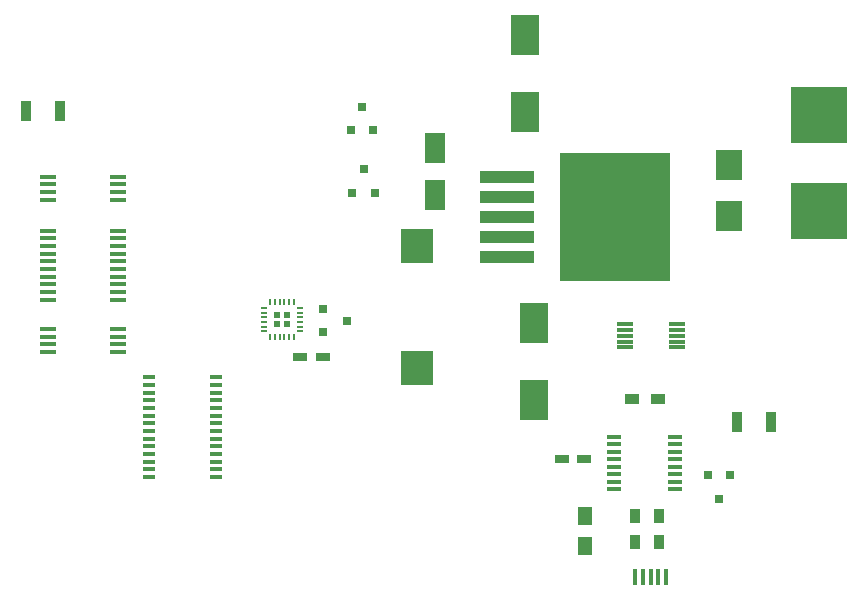
<source format=gtp>
G04 #@! TF.FileFunction,Paste,Top*
%FSLAX46Y46*%
G04 Gerber Fmt 4.6, Leading zero omitted, Abs format (unit mm)*
G04 Created by KiCad (PCBNEW (2015-11-11 BZR 6310)-product) date Thu 17 Dec 2015 09:11:31 PM CST*
%MOMM*%
G01*
G04 APERTURE LIST*
%ADD10C,0.100000*%
%ADD11R,0.400000X1.350000*%
%ADD12R,0.800100X0.800100*%
%ADD13R,4.600000X1.100000*%
%ADD14R,9.400000X10.800000*%
%ADD15R,0.900000X1.200000*%
%ADD16R,2.400300X3.500120*%
%ADD17R,2.799080X2.900680*%
%ADD18R,1.200000X0.400000*%
%ADD19R,1.200000X0.750000*%
%ADD20R,1.450000X0.450000*%
%ADD21R,1.100000X0.400000*%
%ADD22R,1.400000X0.300000*%
%ADD23R,0.550000X0.200000*%
%ADD24R,0.200000X0.550000*%
%ADD25R,0.525000X0.480000*%
%ADD26R,1.200000X0.900000*%
%ADD27R,4.700000X4.700000*%
%ADD28R,0.900000X1.700000*%
%ADD29R,2.301240X2.499360*%
%ADD30R,1.800860X2.499360*%
%ADD31R,1.250000X1.500000*%
G04 APERTURE END LIST*
D10*
D11*
X172855100Y-124373460D03*
X173505100Y-124373460D03*
X174155100Y-124373460D03*
X174805100Y-124373460D03*
X175455100Y-124373460D03*
D12*
X148896000Y-91888760D03*
X150796000Y-91888760D03*
X149846000Y-89889780D03*
X148746000Y-86578760D03*
X150646000Y-86578760D03*
X149696000Y-84579780D03*
D13*
X161964000Y-97332000D03*
X161964000Y-95632000D03*
X161964000Y-92232000D03*
D14*
X171114000Y-93932000D03*
D13*
X161964000Y-93932000D03*
X161964000Y-90532000D03*
D15*
X174834000Y-119248000D03*
X174834000Y-121448000D03*
X172802000Y-119248000D03*
X172802000Y-121448000D03*
D16*
X163488000Y-84991200D03*
X163488000Y-78488800D03*
X164250000Y-109375200D03*
X164250000Y-102872800D03*
D17*
X154344000Y-96400880D03*
X154344000Y-106703120D03*
D18*
X176248000Y-116982500D03*
X176248000Y-116347500D03*
X176248000Y-115712500D03*
X176248000Y-115077500D03*
X176248000Y-114442500D03*
X176248000Y-113807500D03*
X176248000Y-113172500D03*
X176248000Y-112537500D03*
X171048000Y-112537500D03*
X171048000Y-113172500D03*
X171048000Y-113807500D03*
X171048000Y-114442500D03*
X171048000Y-115077500D03*
X171048000Y-115712500D03*
X171048000Y-116347500D03*
X171048000Y-116982500D03*
D19*
X168510000Y-114440000D03*
X166610000Y-114440000D03*
D20*
X129050000Y-105345000D03*
X129050000Y-104695000D03*
X129050000Y-104045000D03*
X129050000Y-103395000D03*
X123150000Y-103395000D03*
X123150000Y-104045000D03*
X123150000Y-104695000D03*
X123150000Y-105345000D03*
X129020000Y-92455000D03*
X129020000Y-91805000D03*
X129020000Y-91155000D03*
X129020000Y-90505000D03*
X123120000Y-90505000D03*
X123120000Y-91155000D03*
X123120000Y-91805000D03*
X123120000Y-92455000D03*
D19*
X144500000Y-105780000D03*
X146400000Y-105780000D03*
D21*
X131682000Y-107487000D03*
X131682000Y-108137000D03*
X131682000Y-108787000D03*
X131682000Y-109437000D03*
X131682000Y-110087000D03*
X131682000Y-110737000D03*
X131682000Y-111387000D03*
X131682000Y-112037000D03*
X131682000Y-112687000D03*
X131682000Y-113337000D03*
X131682000Y-113987000D03*
X131682000Y-114637000D03*
X131682000Y-115287000D03*
X131682000Y-115937000D03*
X137382000Y-115937000D03*
X137382000Y-115287000D03*
X137382000Y-114637000D03*
X137382000Y-113987000D03*
X137382000Y-113337000D03*
X137382000Y-112687000D03*
X137382000Y-112037000D03*
X137382000Y-111387000D03*
X137382000Y-110737000D03*
X137382000Y-110087000D03*
X137382000Y-109437000D03*
X137382000Y-108787000D03*
X137382000Y-108137000D03*
X137382000Y-107487000D03*
D22*
X176356000Y-104958000D03*
X176356000Y-104458000D03*
X176356000Y-103958000D03*
X176356000Y-103458000D03*
X176356000Y-102958000D03*
X171956000Y-102958000D03*
X171956000Y-103458000D03*
X171956000Y-103958000D03*
X171956000Y-104458000D03*
X171956000Y-104958000D03*
D20*
X129050000Y-100925000D03*
X129050000Y-100275000D03*
X129050000Y-99625000D03*
X129050000Y-98975000D03*
X129050000Y-98325000D03*
X129050000Y-97675000D03*
X129050000Y-97025000D03*
X129050000Y-96375000D03*
X129050000Y-95725000D03*
X129050000Y-95075000D03*
X123150000Y-95075000D03*
X123150000Y-95725000D03*
X123150000Y-96375000D03*
X123150000Y-97025000D03*
X123150000Y-97675000D03*
X123150000Y-98325000D03*
X123150000Y-98975000D03*
X123150000Y-99625000D03*
X123150000Y-100275000D03*
X123150000Y-100925000D03*
D23*
X141430000Y-101604000D03*
X141430000Y-102004000D03*
X141430000Y-102404000D03*
X141430000Y-102804000D03*
X141430000Y-103204000D03*
X141430000Y-103604000D03*
D24*
X141930000Y-104104000D03*
X142330000Y-104104000D03*
X142730000Y-104104000D03*
X143130000Y-104104000D03*
X143530000Y-104104000D03*
X143930000Y-104104000D03*
D23*
X144430000Y-103604000D03*
X144430000Y-103204000D03*
X144430000Y-102804000D03*
X144430000Y-102404000D03*
X144430000Y-102004000D03*
X144430000Y-101604000D03*
D24*
X143930000Y-101104000D03*
X143530000Y-101104000D03*
X143130000Y-101104000D03*
X142730000Y-101104000D03*
X142330000Y-101104000D03*
X141930000Y-101104000D03*
D25*
X143365000Y-103004000D03*
X143365000Y-102204000D03*
X142495000Y-103004000D03*
X142495000Y-102204000D03*
D26*
X174760000Y-109310000D03*
X172560000Y-109310000D03*
D12*
X180880000Y-115779240D03*
X178980000Y-115779240D03*
X179930000Y-117778220D03*
D27*
X188380000Y-93424000D03*
X188380000Y-85296000D03*
D28*
X121260000Y-84900000D03*
X124160000Y-84900000D03*
D12*
X146402240Y-101737000D03*
X146402240Y-103637000D03*
X148401220Y-102687000D03*
D29*
X180760000Y-89497160D03*
X180760000Y-93794840D03*
D30*
X155850000Y-92078980D03*
X155850000Y-88081020D03*
D31*
X168620000Y-119260000D03*
X168620000Y-121760000D03*
D28*
X184350000Y-111310000D03*
X181450000Y-111310000D03*
M02*

</source>
